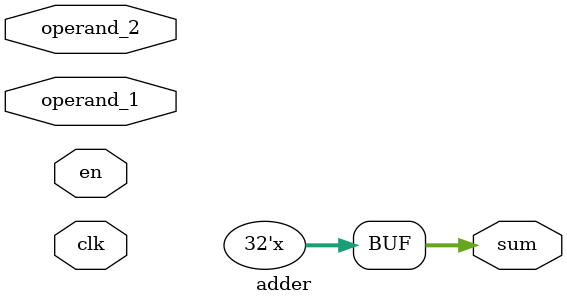
<source format=v>
module rom_8 (
    input [2:0] addr , 
    input OE, 
    output reg [31:0] out 
); 
    reg [31:0] data [7:0]; 
    initial begin 
        data [0] = 32'h0986ab68; 
        data [1] = 32'h10385ba9; 
        data [2] = 32'h3F800000; 
        data [3] = 32'h3C449BA6; 
        data [4] = 32'h40400000;
        data [5] = 32'h41200000; 
        data [6] = 32'h3EA00000;
        data [7] = 32'h3F600000; 
    end 
    always @(addr, OE) 
        if (OE == 1'b1) 
            out = data[addr]; 
        else 
            out = 32'bz;
endmodule


module ram_4 (
    input [31:0] in,
    input [1:0] addr,
    input RW, OE,
    output reg [31:0] out
);
    reg [31:0] data [3:0];
    always @(in, addr, RW, OE) begin
        if (RW == 1'b0 & OE == 1'b1)
            out = data[addr];
        else
            out = 32'bz;
        if (RW == 1'b1)
            data[addr] = in;
    end
endmodule

module adder(
input [31:0] operand_1, operand_2,
input clk, en,
output reg [31:0] sum = 32'bz
);
endmodule
</source>
